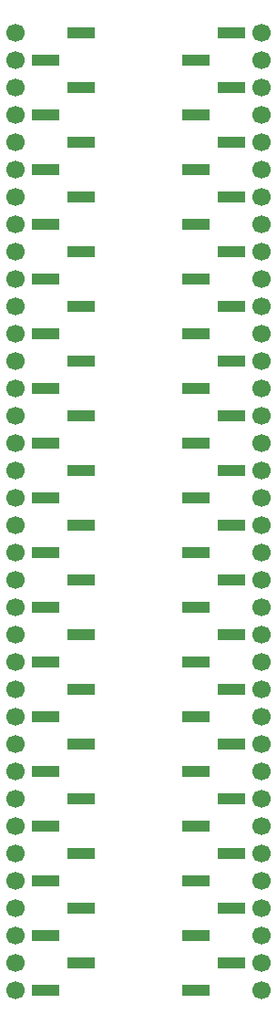
<source format=gbr>
G04 #@! TF.GenerationSoftware,KiCad,Pcbnew,9.0.6*
G04 #@! TF.CreationDate,2025-12-31T12:05:19-06:00*
G04 #@! TF.ProjectId,QFN-68_8x8,51464e2d-3638-45f3-9878-382e6b696361,rev?*
G04 #@! TF.SameCoordinates,Original*
G04 #@! TF.FileFunction,Soldermask,Bot*
G04 #@! TF.FilePolarity,Negative*
%FSLAX46Y46*%
G04 Gerber Fmt 4.6, Leading zero omitted, Abs format (unit mm)*
G04 Created by KiCad (PCBNEW 9.0.6) date 2025-12-31 12:05:19*
%MOMM*%
%LPD*%
G01*
G04 APERTURE LIST*
%ADD10R,2.510000X1.000000*%
%ADD11C,1.700000*%
G04 APERTURE END LIST*
D10*
X147071000Y-76200000D03*
X143761000Y-78740000D03*
X147071000Y-81280000D03*
X143761000Y-83820000D03*
X147071000Y-86360000D03*
X143761000Y-88900000D03*
X147071000Y-91440000D03*
X143761000Y-93980000D03*
X147071000Y-96520000D03*
X143761000Y-99060000D03*
X147071000Y-101600000D03*
X143761000Y-104140000D03*
X147071000Y-106680000D03*
X143761000Y-109220000D03*
X147071000Y-111760000D03*
X143761000Y-114300000D03*
X147071000Y-116840000D03*
X143761000Y-119380000D03*
X147071000Y-121920000D03*
X143761000Y-124460000D03*
X147071000Y-127000000D03*
X143761000Y-129540000D03*
X147071000Y-132080000D03*
X143761000Y-134620000D03*
X147071000Y-137160000D03*
X143761000Y-139700000D03*
X147071000Y-142240000D03*
X143761000Y-144780000D03*
X147071000Y-147320000D03*
X143761000Y-149860000D03*
X147071000Y-152400000D03*
X143761000Y-154940000D03*
X147071000Y-157480000D03*
X143761000Y-160020000D03*
X147071000Y-162560000D03*
X143761000Y-165100000D03*
X133099000Y-76200000D03*
X129789000Y-78740000D03*
X133099000Y-81280000D03*
X129789000Y-83820000D03*
X133099000Y-86360000D03*
X129789000Y-88900000D03*
X133099000Y-91440000D03*
X129789000Y-93980000D03*
X133099000Y-96520000D03*
X129789000Y-99060000D03*
X133099000Y-101600000D03*
X129789000Y-104140000D03*
X133099000Y-106680000D03*
X129789000Y-109220000D03*
X133099000Y-111760000D03*
X129789000Y-114300000D03*
X133099000Y-116840000D03*
X129789000Y-119380000D03*
X133099000Y-121920000D03*
X129789000Y-124460000D03*
X133099000Y-127000000D03*
X129789000Y-129540000D03*
X133099000Y-132080000D03*
X129789000Y-134620000D03*
X133099000Y-137160000D03*
X129789000Y-139700000D03*
X133099000Y-142240000D03*
X129789000Y-144780000D03*
X133099000Y-147320000D03*
X129789000Y-149860000D03*
X133099000Y-152400000D03*
X129789000Y-154940000D03*
X133099000Y-157480000D03*
X129789000Y-160020000D03*
X133099000Y-162560000D03*
X129789000Y-165100000D03*
D11*
X149860000Y-76200000D03*
X149860000Y-78740000D03*
X149860000Y-81280000D03*
X149860000Y-83820000D03*
X149860000Y-86360000D03*
X149860000Y-88900000D03*
X149860000Y-91440000D03*
X149860000Y-93980000D03*
X149860000Y-96520000D03*
X149860000Y-99060000D03*
X149860000Y-101600000D03*
X149860000Y-104140000D03*
X149860000Y-106680000D03*
X149860000Y-109220000D03*
X149860000Y-111760000D03*
X149860000Y-114300000D03*
X149860000Y-116840000D03*
X149860000Y-119380000D03*
X149860000Y-121920000D03*
X149860000Y-124460000D03*
X149860000Y-127000000D03*
X149860000Y-129540000D03*
X149860000Y-132080000D03*
X149860000Y-134620000D03*
X149860000Y-137160000D03*
X149860000Y-139700000D03*
X149860000Y-142240000D03*
X149860000Y-144780000D03*
X149860000Y-147320000D03*
X149860000Y-149860000D03*
X149860000Y-152400000D03*
X149860000Y-154940000D03*
X149860000Y-157480000D03*
X149860000Y-160020000D03*
X149860000Y-162560000D03*
X149860000Y-165100000D03*
X127000000Y-76200000D03*
X127000000Y-78740000D03*
X127000000Y-81280000D03*
X127000000Y-83820000D03*
X127000000Y-86360000D03*
X127000000Y-88900000D03*
X127000000Y-91440000D03*
X127000000Y-93980000D03*
X127000000Y-96520000D03*
X127000000Y-99060000D03*
X127000000Y-101600000D03*
X127000000Y-104140000D03*
X127000000Y-106680000D03*
X127000000Y-109220000D03*
X127000000Y-111760000D03*
X127000000Y-114300000D03*
X127000000Y-116840000D03*
X127000000Y-119380000D03*
X127000000Y-121920000D03*
X127000000Y-124460000D03*
X127000000Y-127000000D03*
X127000000Y-129540000D03*
X127000000Y-132080000D03*
X127000000Y-134620000D03*
X127000000Y-137160000D03*
X127000000Y-139700000D03*
X127000000Y-142240000D03*
X127000000Y-144780000D03*
X127000000Y-147320000D03*
X127000000Y-149860000D03*
X127000000Y-152400000D03*
X127000000Y-154940000D03*
X127000000Y-157480000D03*
X127000000Y-160020000D03*
X127000000Y-162560000D03*
X127000000Y-165100000D03*
M02*

</source>
